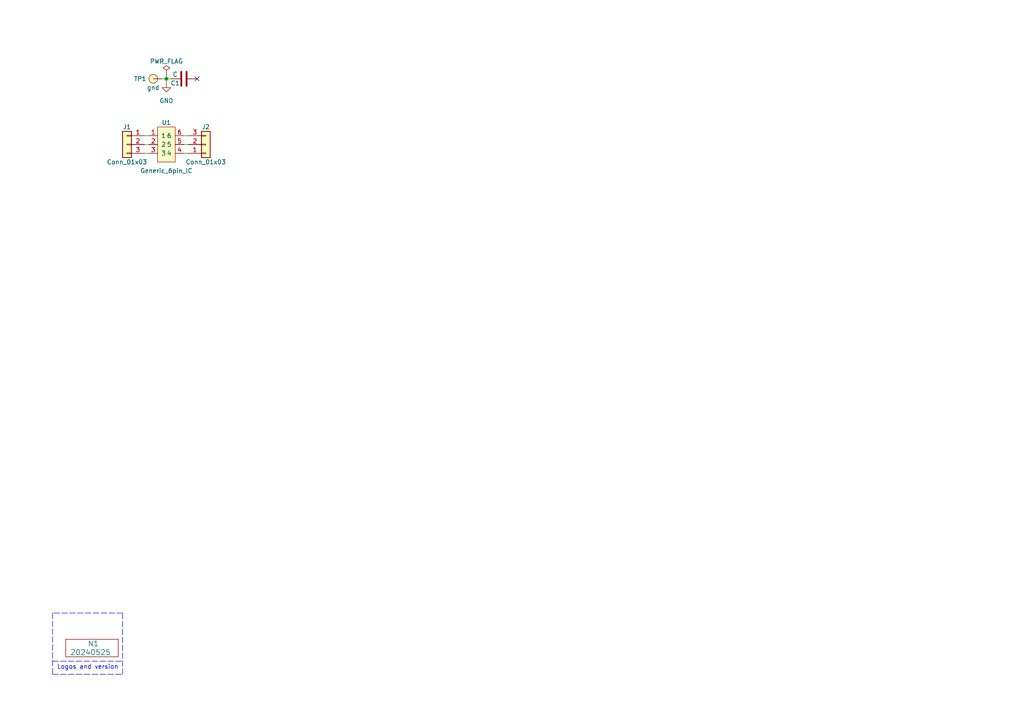
<source format=kicad_sch>
(kicad_sch (version 20230121) (generator eeschema)
  (paper "A4")
  (lib_symbols
    (symbol "Connector_Generic:Conn_01x03" (pin_names (offset 1.016) hide)
      (property "Reference" "J" (at 0 5.08 0))
      (property "Value" "Conn_01x03" (at 0 -5.08 0))
      (symbol "Conn_01x03_1_1"
        (rectangle (start -1.27 -2.413) (end 0 -2.667) (stroke (width 0.1524)))
        (rectangle (start -1.27 0.127) (end 0 -0.127) (stroke (width 0.1524)))
        (rectangle (start -1.27 2.667) (end 0 2.413) (stroke (width 0.1524)))
        (rectangle (start -1.27 3.81) (end 1.27 -3.81) (stroke (width 0.254)) (fill (type background)))
        (pin passive line (at -5.08 2.54 0) (length 3.81) (name "Pin_1") (number "1"))
        (pin passive line (at -5.08 0 0) (length 3.81) (name "Pin_2") (number "2"))
        (pin passive line (at -5.08 -2.54 0) (length 3.81) (name "Pin_3") (number "3"))
      )
    )
    (symbol "Device:C" (pin_numbers hide) (pin_names (offset 0.254))
      (property "Reference" "C" (at 0.635 2.54 0))
      (property "Value" "C" (at 0.635 -2.54 0))
      (symbol "C_0_1"
        (polyline (pts (xy -2.032 -0.762) (xy 2.032 -0.762)) (stroke (width 0.508)))
        (polyline (pts (xy -2.032 0.762) (xy 2.032 0.762)) (stroke (width 0.508)))
      )
      (symbol "C_1_1"
        (pin passive line (at 0 3.81 270) (length 2.794) (name "~") (number "1"))
        (pin passive line (at 0 -3.81 90) (length 2.794) (name "~") (number "2"))
      )
    )
    (symbol "SquantorDevice:Generic_6pin_IC" (pin_names (offset 1.016))
      (property "Reference" "U" (at 0 6.35 0))
      (property "Value" "Generic_6pin_IC" (at 0 -6.35 0))
      (symbol "Generic_6pin_IC_0_1"
        (rectangle (start -2.54 5.08) (end 2.54 -5.08) (fill (type background)))
      )
      (symbol "Generic_6pin_IC_1_1"
        (pin passive line (at -5.08 2.54 0) (length 2.54) (name "1") (number "1"))
        (pin passive line (at -5.08 0 0) (length 2.54) (name "2") (number "2"))
        (pin passive line (at -5.08 -2.54 0) (length 2.54) (name "3") (number "3"))
        (pin passive line (at 5.08 -2.54 180) (length 2.54) (name "4") (number "4"))
        (pin passive line (at 5.08 0 180) (length 2.54) (name "5") (number "5"))
        (pin passive line (at 5.08 2.54 180) (length 2.54) (name "6") (number "6"))
      )
    )
    (symbol "SquantorLabels:VYYYYMMDD" (pin_names (offset 1.016))
      (property "Reference" "N" (at 0 2.54 0))
      (property "Value" "VYYYYMMDD" (at 0 0 0))
      (symbol "VYYYYMMDD_0_1"
        (rectangle (start 7.62 -1.27) (end -7.62 3.81))
      )
    )
    (symbol "SquantorProto:testpad" (pin_numbers hide) (pin_names (offset 1.016) hide)
      (property "Reference" "TP" (at 0 2.54 0))
      (property "Value" "testpad" (at 0 -2.54 0))
      (symbol "testpad_0_1"
        (circle (center 0 0) (radius 1.27) (fill (type background)))
      )
      (symbol "testpad_1_1"
        (pin passive line (at -2.54 0 0) (length 2.54) (name "1") (number "1"))
      )
    )
    (symbol "power:GND" (power) (pin_names (offset 0))
      (property "Value" "GND" (at 0 -3.81 0))
      (symbol "GND_0_1"
        (polyline (pts (xy 0 0) (xy 0 -1.27) (xy 1.27 -1.27) (xy 0 -2.54) (xy -1.27 -1.27) (xy 0 -1.27)))
      )
      (symbol "GND_1_1"
        (pin power_in line (at 0 0 270) (length 0) hide (name "GND") (number "1"))
      )
    )
    (symbol "power:PWR_FLAG" (power) (pin_numbers hide) (pin_names (offset 0) hide)
      (property "Value" "PWR_FLAG" (at 0 3.81 0))
      (symbol "PWR_FLAG_0_0"
        (pin power_out line (at 0 0 90) (length 0) (name "pwr") (number "1"))
      )
      (symbol "PWR_FLAG_0_1"
        (polyline (pts (xy 0 0) (xy 0 1.27) (xy -1.016 1.905) (xy 0 2.54) (xy 1.016 1.905) (xy 0 1.27)))
      )
    )
  )
  (junction (at 48.26 22.86))
  (no_connect (at 57.15 22.86))
  (wire (pts (xy 54.61 41.91) (xy 53.34 41.91)))
  (polyline (pts (xy 15.24 191.77) (xy 35.56 191.77)) (stroke (width 0) (type dash)))
  (polyline (pts (xy 15.24 177.8) (xy 15.24 195.58)) (stroke (width 0) (type dash)))
  (wire (pts (xy 46.99 22.86) (xy 48.26 22.86)))
  (wire (pts (xy 48.26 21.59) (xy 48.26 22.86)))
  (wire (pts (xy 53.34 39.37) (xy 54.61 39.37)))
  (wire (pts (xy 53.34 44.45) (xy 54.61 44.45)))
  (polyline (pts (xy 35.56 195.58) (xy 35.56 177.8)) (stroke (width 0) (type dash)))
  (wire (pts (xy 48.26 22.86) (xy 49.53 22.86)))
  (wire (pts (xy 48.26 22.86) (xy 48.26 24.13)))
  (wire (pts (xy 41.91 41.91) (xy 43.18 41.91)))
  (wire (pts (xy 43.18 39.37) (xy 41.91 39.37)))
  (polyline (pts (xy 35.56 177.8) (xy 15.24 177.8)) (stroke (width 0) (type dash)))
  (wire (pts (xy 43.18 44.45) (xy 41.91 44.45)))
  (polyline (pts (xy 15.24 195.58) (xy 35.56 195.58)) (stroke (width 0) (type dash)))
  (text "Logos and version" (at 16.51 194.31 0) (effects (font (size 1.27 1.27)) (justify left bottom)))
  (symbol (lib_id "SquantorLabels:VYYYYMMDD") (at 26.67 189.23 0) (unit 1)
    (property "Reference" "N1" (at 25.4 186.69 0) (effects (font (size 1.524 1.524)) (justify left)))
    (property "Value" "20240525" (at 20.32 189.23 0) (effects (font (size 1.524 1.524)) (justify left)))
    (property "Footprint" "SquantorLabels:Label_Generic" (effects hide))
  )
  (symbol (lib_id "Connector_Generic:Conn_01x03") (at 36.83 41.91 0) (mirror y) (unit 1)
    (property "Reference" "J1" (at 36.83 36.83 0))
    (property "Value" "Conn_01x03" (at 36.83 46.99 0))
    (property "Footprint" "SquantorConnectors:Header-0254-1X03-H010" (effects hide))
  )
  (symbol (lib_id "Connector_Generic:Conn_01x03") (at 59.69 41.91 0) (mirror x) (unit 1)
    (property "Reference" "J2" (at 59.69 36.83 0))
    (property "Value" "Conn_01x03" (at 59.69 46.99 0))
    (property "Footprint" "SquantorConnectors:Header-0254-1X03-H010" (effects hide))
  )
  (symbol (lib_id "SquantorDevice:Generic_6pin_IC") (at 48.26 41.91 0) (unit 1)
    (property "Reference" "U1" (at 48.26 35.56 0))
    (property "Value" "Generic_6pin_IC" (at 48.26 49.53 0))
    (property "Footprint" "SquantorIC:SOT457_SC-74_SOT23-6_nexperia_hand" (effects hide))
  )
  (symbol (lib_id "power:GND") (at 48.26 24.13 0) (unit 1)
    (property "Reference" "#PWR01" (effects hide))
    (property "Value" "GND" (at 48.26 29.21 0))
  )
  (symbol (lib_id "power:PWR_FLAG") (at 48.26 21.59 0) (unit 1)
    (property "Reference" "#FLG01" (effects hide))
    (property "Value" "PWR_FLAG" (at 48.26 17.78 0))
  )
  (symbol (lib_id "SquantorProto:testpad") (at 44.45 22.86 180) (unit 1)
    (property "Reference" "TP1" (at 40.64 22.86 0))
    (property "Value" "gnd" (at 44.45 25.4 0))
    (property "Footprint" "SquantorTestPoints:TestPoint_hole_H03R07" (effects hide))
  )
  (symbol (lib_id "Device:C") (at 53.34 22.86 90) (unit 1)
    (property "Reference" "C1" (at 50.8 24.13 90))
    (property "Value" "C" (at 50.8 21.59 90))
    (property "Footprint" "SquantorCapacitor:C_0805+0603" (effects hide))
  )
)
</source>
